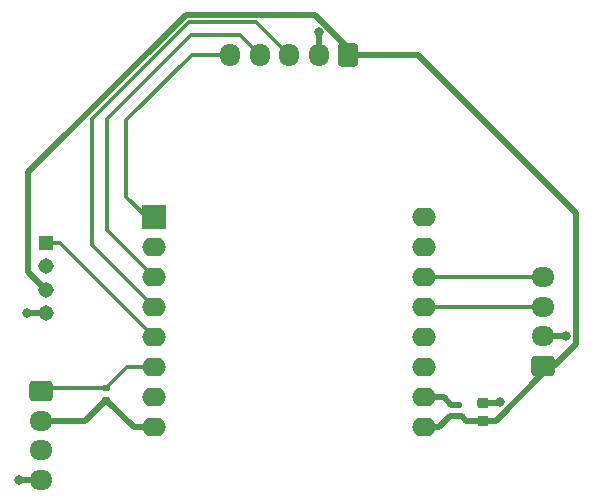
<source format=gbr>
%TF.GenerationSoftware,KiCad,Pcbnew,(6.0.9)*%
%TF.CreationDate,2023-01-13T23:22:46-06:00*%
%TF.ProjectId,PlantHumidifier,506c616e-7448-4756-9d69-646966696572,A*%
%TF.SameCoordinates,Original*%
%TF.FileFunction,Copper,L1,Top*%
%TF.FilePolarity,Positive*%
%FSLAX46Y46*%
G04 Gerber Fmt 4.6, Leading zero omitted, Abs format (unit mm)*
G04 Created by KiCad (PCBNEW (6.0.9)) date 2023-01-13 23:22:46*
%MOMM*%
%LPD*%
G01*
G04 APERTURE LIST*
G04 Aperture macros list*
%AMRoundRect*
0 Rectangle with rounded corners*
0 $1 Rounding radius*
0 $2 $3 $4 $5 $6 $7 $8 $9 X,Y pos of 4 corners*
0 Add a 4 corners polygon primitive as box body*
4,1,4,$2,$3,$4,$5,$6,$7,$8,$9,$2,$3,0*
0 Add four circle primitives for the rounded corners*
1,1,$1+$1,$2,$3*
1,1,$1+$1,$4,$5*
1,1,$1+$1,$6,$7*
1,1,$1+$1,$8,$9*
0 Add four rect primitives between the rounded corners*
20,1,$1+$1,$2,$3,$4,$5,0*
20,1,$1+$1,$4,$5,$6,$7,0*
20,1,$1+$1,$6,$7,$8,$9,0*
20,1,$1+$1,$8,$9,$2,$3,0*%
G04 Aperture macros list end*
%TA.AperFunction,ComponentPad*%
%ADD10RoundRect,0.250000X0.600000X0.725000X-0.600000X0.725000X-0.600000X-0.725000X0.600000X-0.725000X0*%
%TD*%
%TA.AperFunction,ComponentPad*%
%ADD11O,1.700000X1.950000*%
%TD*%
%TA.AperFunction,SMDPad,CuDef*%
%ADD12RoundRect,0.225000X0.250000X-0.225000X0.250000X0.225000X-0.250000X0.225000X-0.250000X-0.225000X0*%
%TD*%
%TA.AperFunction,SMDPad,CuDef*%
%ADD13RoundRect,0.140000X0.170000X-0.140000X0.170000X0.140000X-0.170000X0.140000X-0.170000X-0.140000X0*%
%TD*%
%TA.AperFunction,ComponentPad*%
%ADD14RoundRect,0.250000X-0.725000X0.600000X-0.725000X-0.600000X0.725000X-0.600000X0.725000X0.600000X0*%
%TD*%
%TA.AperFunction,ComponentPad*%
%ADD15O,1.950000X1.700000*%
%TD*%
%TA.AperFunction,SMDPad,CuDef*%
%ADD16RoundRect,0.135000X0.185000X-0.135000X0.185000X0.135000X-0.185000X0.135000X-0.185000X-0.135000X0*%
%TD*%
%TA.AperFunction,ComponentPad*%
%ADD17RoundRect,0.250000X0.725000X-0.600000X0.725000X0.600000X-0.725000X0.600000X-0.725000X-0.600000X0*%
%TD*%
%TA.AperFunction,ComponentPad*%
%ADD18R,2.000000X2.000000*%
%TD*%
%TA.AperFunction,ComponentPad*%
%ADD19O,2.000000X1.600000*%
%TD*%
%TA.AperFunction,ComponentPad*%
%ADD20R,1.308000X1.308000*%
%TD*%
%TA.AperFunction,ComponentPad*%
%ADD21C,1.308000*%
%TD*%
%TA.AperFunction,ViaPad*%
%ADD22C,0.800000*%
%TD*%
%TA.AperFunction,Conductor*%
%ADD23C,0.500000*%
%TD*%
%TA.AperFunction,Conductor*%
%ADD24C,0.300000*%
%TD*%
G04 APERTURE END LIST*
D10*
%TO.P,J2,1,Pin_1*%
%TO.N,+5V*%
X94000000Y-61775000D03*
D11*
%TO.P,J2,2,Pin_2*%
%TO.N,GND*%
X91500000Y-61775000D03*
%TO.P,J2,3,Pin_3*%
%TO.N,/Encoder_B*%
X89000000Y-61775000D03*
%TO.P,J2,4,Pin_4*%
%TO.N,/Encoder_A*%
X86500000Y-61775000D03*
%TO.P,J2,5,Pin_5*%
%TO.N,/Rst_n*%
X84000000Y-61775000D03*
%TD*%
D12*
%TO.P,C1,1*%
%TO.N,+5V*%
X105384600Y-92799200D03*
%TO.P,C1,2*%
%TO.N,GND*%
X105384600Y-91249200D03*
%TD*%
D13*
%TO.P,C2,1*%
%TO.N,+5V*%
X103327200Y-92402600D03*
%TO.P,C2,2*%
%TO.N,GND*%
X103327200Y-91442600D03*
%TD*%
D14*
%TO.P,J4,1,Pin_1*%
%TO.N,/DHT22_Sense*%
X68000000Y-90300000D03*
D15*
%TO.P,J4,2,Pin_2*%
%TO.N,+3V3*%
X68000000Y-92800000D03*
%TO.P,J4,3,Pin_3*%
%TO.N,unconnected-(J4-Pad3)*%
X68000000Y-95300000D03*
%TO.P,J4,4,Pin_4*%
%TO.N,GND*%
X68000000Y-97800000D03*
%TD*%
D16*
%TO.P,R2,1*%
%TO.N,+3V3*%
X73507600Y-91010000D03*
%TO.P,R2,2*%
%TO.N,/DHT22_Sense*%
X73507600Y-89990000D03*
%TD*%
D17*
%TO.P,J3,1,Pin_1*%
%TO.N,+5V*%
X110500000Y-88150000D03*
D15*
%TO.P,J3,2,Pin_2*%
%TO.N,GND*%
X110500000Y-85650000D03*
%TO.P,J3,3,Pin_3*%
%TO.N,/OLED_SDA*%
X110500000Y-83150000D03*
%TO.P,J3,4,Pin_4*%
%TO.N,/OLED_SCL*%
X110500000Y-80650000D03*
%TD*%
D18*
%TO.P,U1,1,~{RST}*%
%TO.N,/Rst_n*%
X77574000Y-75565000D03*
D19*
%TO.P,U1,2,A0*%
%TO.N,unconnected-(U1-Pad2)*%
X77574000Y-78105000D03*
%TO.P,U1,3,D0*%
%TO.N,/Encoder_A*%
X77574000Y-80645000D03*
%TO.P,U1,4,SCK/D5*%
%TO.N,/Encoder_B*%
X77574000Y-83185000D03*
%TO.P,U1,5,MISO/D6*%
%TO.N,/Atomizer*%
X77574000Y-85725000D03*
%TO.P,U1,6,MOSI/D7*%
%TO.N,/DHT22_Sense*%
X77574000Y-88265000D03*
%TO.P,U1,7,CS/D8*%
%TO.N,unconnected-(U1-Pad7)*%
X77574000Y-90805000D03*
%TO.P,U1,8,3V3*%
%TO.N,+3V3*%
X77574000Y-93345000D03*
%TO.P,U1,9,5V*%
%TO.N,+5V*%
X100434000Y-93345000D03*
%TO.P,U1,10,GND*%
%TO.N,GND*%
X100434000Y-90805000D03*
%TO.P,U1,11,D4*%
%TO.N,unconnected-(U1-Pad11)*%
X100434000Y-88265000D03*
%TO.P,U1,12,D3*%
%TO.N,unconnected-(U1-Pad12)*%
X100434000Y-85725000D03*
%TO.P,U1,13,SDA/D2*%
%TO.N,/OLED_SDA*%
X100434000Y-83185000D03*
%TO.P,U1,14,SCL/D1*%
%TO.N,/OLED_SCL*%
X100434000Y-80645000D03*
%TO.P,U1,15,RX*%
%TO.N,unconnected-(U1-Pad15)*%
X100434000Y-78105000D03*
%TO.P,U1,16,TX*%
%TO.N,unconnected-(U1-Pad16)*%
X100434000Y-75565000D03*
%TD*%
D20*
%TO.P,J1,1,1*%
%TO.N,/Atomizer*%
X68400000Y-77700000D03*
D21*
%TO.P,J1,2,2*%
%TO.N,unconnected-(J1-Pad2)*%
X68400000Y-79700000D03*
%TO.P,J1,3,3*%
%TO.N,+5V*%
X68400000Y-81700000D03*
%TO.P,J1,4,4*%
%TO.N,GND*%
X68400000Y-83700000D03*
%TD*%
D22*
%TO.N,GND*%
X66800000Y-83637500D03*
X91500000Y-59900000D03*
X66107600Y-97800000D03*
X106832400Y-91236800D03*
X112425000Y-85600000D03*
%TD*%
D23*
%TO.N,+5V*%
X103327200Y-92402600D02*
X103604000Y-92402600D01*
X99875000Y-61775000D02*
X113300000Y-75200000D01*
X66900000Y-80200000D02*
X66900000Y-71751472D01*
X66900000Y-71751472D02*
X80251472Y-58400000D01*
X94000000Y-61775000D02*
X99875000Y-61775000D01*
X111450000Y-88150000D02*
X110500000Y-88150000D01*
X91202082Y-58400000D02*
X80251472Y-58400000D01*
X106472082Y-92799200D02*
X105384600Y-92799200D01*
X104000600Y-92799200D02*
X105384600Y-92799200D01*
X103604000Y-92402600D02*
X104000600Y-92799200D01*
X94000000Y-61197918D02*
X91202082Y-58400000D01*
X102644000Y-92402600D02*
X103327200Y-92402600D01*
X68400000Y-81700000D02*
X66900000Y-80200000D01*
X113300000Y-86300000D02*
X111450000Y-88150000D01*
X110500000Y-88771282D02*
X106472082Y-92799200D01*
X113300000Y-75200000D02*
X113300000Y-86300000D01*
X101701600Y-93345000D02*
X102644000Y-92402600D01*
X94000000Y-61775000D02*
X94000000Y-61197918D01*
X110500000Y-88150000D02*
X110500000Y-88771282D01*
X100434000Y-93345000D02*
X101701600Y-93345000D01*
%TO.N,GND*%
X66862500Y-83700000D02*
X66800000Y-83637500D01*
X106820000Y-91249200D02*
X106832400Y-91236800D01*
X100434000Y-90805000D02*
X102082600Y-90805000D01*
X91500000Y-61775000D02*
X91500000Y-59900000D01*
X105384600Y-91249200D02*
X106820000Y-91249200D01*
X110500000Y-85650000D02*
X112375000Y-85650000D01*
X68000000Y-97800000D02*
X66107600Y-97800000D01*
X102082600Y-90805000D02*
X102720200Y-91442600D01*
X68400000Y-83700000D02*
X66862500Y-83700000D01*
X102720200Y-91442600D02*
X103327200Y-91442600D01*
X112375000Y-85650000D02*
X112425000Y-85600000D01*
D24*
%TO.N,/Atomizer*%
X69549000Y-77700000D02*
X77574000Y-85725000D01*
X68400000Y-77700000D02*
X69549000Y-77700000D01*
%TO.N,/OLED_SDA*%
X110465000Y-83185000D02*
X110500000Y-83150000D01*
X100434000Y-83185000D02*
X110465000Y-83185000D01*
%TO.N,/OLED_SCL*%
X100439000Y-80650000D02*
X100434000Y-80645000D01*
X110500000Y-80650000D02*
X100439000Y-80650000D01*
%TO.N,/Encoder_B*%
X72300000Y-77911000D02*
X77574000Y-83185000D01*
X80500000Y-59000000D02*
X72300000Y-67200000D01*
X86225000Y-59000000D02*
X80500000Y-59000000D01*
X89000000Y-61775000D02*
X86225000Y-59000000D01*
X72300000Y-67200000D02*
X72300000Y-77911000D01*
%TO.N,/Encoder_A*%
X86500000Y-61775000D02*
X84825000Y-60100000D01*
X73600000Y-67200000D02*
X73600000Y-76671000D01*
X73600000Y-76671000D02*
X77574000Y-80645000D01*
X80700000Y-60100000D02*
X73600000Y-67200000D01*
X84825000Y-60100000D02*
X80700000Y-60100000D01*
D23*
%TO.N,+3V3*%
X68000000Y-92800000D02*
X71717600Y-92800000D01*
X73507600Y-91010000D02*
X75842600Y-93345000D01*
X75842600Y-93345000D02*
X77574000Y-93345000D01*
X71717600Y-92800000D02*
X73507600Y-91010000D01*
D24*
%TO.N,/DHT22_Sense*%
X68310000Y-89990000D02*
X68000000Y-90300000D01*
X73507600Y-89990000D02*
X75232600Y-88265000D01*
X75232600Y-88265000D02*
X77574000Y-88265000D01*
X73507600Y-89990000D02*
X68310000Y-89990000D01*
%TO.N,/Rst_n*%
X84000000Y-61775000D02*
X80725000Y-61775000D01*
X80725000Y-61775000D02*
X75200000Y-67300000D01*
X75200000Y-73800000D02*
X76965000Y-75565000D01*
X75200000Y-67300000D02*
X75200000Y-73800000D01*
X76965000Y-75565000D02*
X77574000Y-75565000D01*
%TD*%
M02*

</source>
